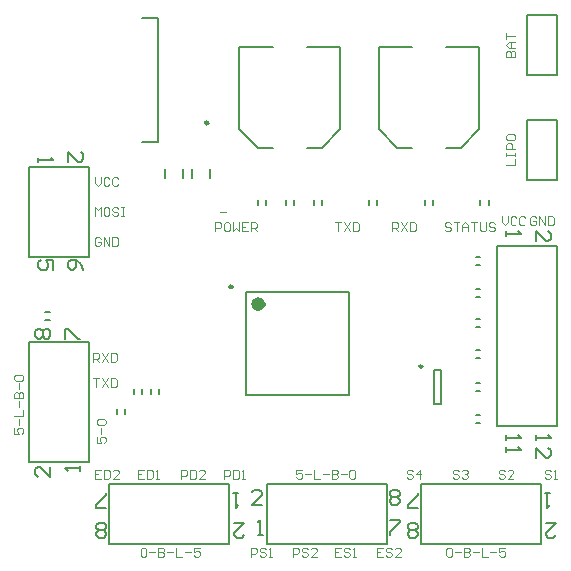
<source format=gto>
%FSDAX24Y24*%
%MOIN*%
%SFA1B1*%

%IPPOS*%
%ADD26C,0.023600*%
%ADD27C,0.009800*%
%ADD28C,0.007900*%
%ADD29C,0.004900*%
%ADD30C,0.008000*%
%LNmetr4810_pcblayout-1*%
%LPD*%
G54D26*
X009699Y009719D02*
D01*
D01*
G75*
G03X009463I-118J0D01*
G74*G01*
D01*
G75*
G03X009699I118J0D01*
G74*G01*
G54D27*
X008725Y010300D02*
D01*
D01*
G75*
G03X008627I-49J0D01*
G74*G01*
D01*
G75*
G03X008725I49J0D01*
G74*G01*
X007913Y015767D02*
D01*
D01*
G75*
G03X007815I-49J0D01*
G74*G01*
D01*
G75*
G03X007913I49J0D01*
G74*G01*
X015055Y007644D02*
D01*
D01*
G75*
G03X014957I-49J0D01*
G74*G01*
D01*
G75*
G03X015055I49J0D01*
G74*G01*
G54D28*
X007380Y013921D02*
Y014236D01*
X007971Y013921D02*
Y014236D01*
X006493Y013921D02*
Y014236D01*
X007083Y013921D02*
Y014236D01*
X006012Y006721D02*
Y006879D01*
X006288Y006721D02*
Y006879D01*
X014998Y003729D02*
X018998D01*
X014998Y001729D02*
X018998D01*
Y003729*
X014998Y001729D02*
Y003729D01*
X005715Y006721D02*
Y006879D01*
X005440Y006721D02*
Y006879D01*
X017260Y013025D02*
Y013183D01*
X016984Y013025D02*
Y013183D01*
X015409Y013025D02*
Y013183D01*
X015133Y013025D02*
Y013183D01*
X013557Y013025D02*
Y013183D01*
X013282Y013025D02*
Y013183D01*
X005143Y006071D02*
Y006229D01*
X004867Y006071D02*
Y006229D01*
X004611Y003729D02*
X008611D01*
X004611Y001729D02*
X008611D01*
Y003729*
X004611Y001729D02*
Y003729D01*
X009187Y006687D02*
X012613D01*
X009187Y010113D02*
X012613D01*
Y006687D02*
Y010113D01*
X009187Y006687D02*
Y010113D01*
X009871Y001729D02*
X013871D01*
X009871Y003729D02*
X013871D01*
X009871Y001729D02*
Y003729D01*
X013871Y001729D02*
Y003729D01*
X018539Y019356D02*
X019539D01*
Y017356D02*
Y019356D01*
X018539Y017356D02*
X019539D01*
X018539D02*
Y019356D01*
Y015863D02*
X019539D01*
Y013863D02*
Y015863D01*
X018539Y013863D02*
X019539D01*
X018539D02*
Y015863D01*
X009579Y013025D02*
Y013183D01*
X009855Y013025D02*
Y013183D01*
X010780Y013025D02*
Y013183D01*
X010505Y013025D02*
Y013183D01*
X002471Y009173D02*
X002629D01*
X002471Y009449D02*
X002629D01*
X001959Y011305D02*
X003959D01*
X001959Y014305D02*
X003959D01*
Y011305D02*
Y014305D01*
X001959Y011305D02*
Y014305D01*
Y011305D02*
Y013222D01*
X011430Y013025D02*
Y013183D01*
X011706Y013025D02*
Y013183D01*
X005699Y019257D02*
X006250D01*
Y015123D02*
Y019257D01*
X005699Y015123D02*
X006250D01*
X014219Y014936D02*
X014711D01*
X013608Y015546D02*
X014219Y014936D01*
X016345D02*
X016955Y015546D01*
X015852Y014936D02*
X016345D01*
X013608Y015546D02*
Y018283D01*
X014711*
X015852D02*
X016955D01*
Y015546D02*
Y018283D01*
X009569Y014936D02*
X010061D01*
X008958Y015546D02*
X009569Y014936D01*
X011695D02*
X012305Y015546D01*
X011202Y014936D02*
X011695D01*
X008958Y015546D02*
Y018283D01*
X010061*
X011202D02*
X012305D01*
Y015546D02*
Y018283D01*
X017539Y005650D02*
Y011650D01*
Y005650D02*
X019539D01*
Y011650*
X017539D02*
X019539D01*
X015429Y006384D02*
Y007526D01*
X015685*
Y006384D02*
Y007526D01*
X015429Y006384D02*
X015685D01*
X003959Y004461D02*
Y008461D01*
X001959Y004461D02*
Y008461D01*
Y004461D02*
X003959D01*
X001959Y008461D02*
X003959D01*
X016828Y005762D02*
X016986D01*
X016828Y006038D02*
X016986D01*
X016828Y006812D02*
X016986D01*
X016828Y007088D02*
X016986D01*
X016828Y007912D02*
X016986D01*
X016828Y008188D02*
X016986D01*
X016828Y008962D02*
X016986D01*
X016828Y009238D02*
X016986D01*
X016828Y009962D02*
X016986D01*
X016828Y010238D02*
X016986D01*
X016828Y011012D02*
X016986D01*
X016828Y011288D02*
X016986D01*
G54D29*
X004205Y005297D02*
Y005100D01*
X004352*
X004303Y005198*
Y005248*
X004352Y005297*
X004451*
X004500Y005248*
Y005149*
X004451Y005100*
X004352Y005395D02*
Y005592D01*
X004254Y005690D02*
X004205Y005740D01*
Y005838*
X004254Y005887*
X004451*
X004500Y005838*
Y005740*
X004451Y005690*
X004254*
X001455Y005597D02*
Y005400D01*
X001602*
X001553Y005498*
Y005548*
X001602Y005597*
X001701*
X001750Y005548*
Y005449*
X001701Y005400*
X001602Y005695D02*
Y005892D01*
X001455Y005990D02*
X001750D01*
Y006187*
X001602Y006286D02*
Y006482D01*
X001455Y006581D02*
X001750D01*
Y006728*
X001701Y006778*
X001652*
X001602Y006728*
Y006581*
Y006728*
X001553Y006778*
X001504*
X001455Y006728*
Y006581*
X001602Y006876D02*
Y007073D01*
X001504Y007171D02*
X001455Y007220D01*
Y007319*
X001504Y007368*
X001701*
X001750Y007319*
Y007220*
X001701Y007171*
X001504*
X011051Y004195D02*
X010854D01*
Y004048*
X010953Y004097*
X011002*
X011051Y004048*
Y003949*
X011002Y003900*
X010903*
X010854Y003949*
X011149Y004048D02*
X011346D01*
X011444Y004195D02*
Y003900D01*
X011641*
X011740Y004048D02*
X011936D01*
X012035Y004195D02*
Y003900D01*
X012182*
X012232Y003949*
Y003998*
X012182Y004048*
X012035*
X012182*
X012232Y004097*
Y004146*
X012182Y004195*
X012035*
X012330Y004048D02*
X012527D01*
X012625Y004146D02*
X012674Y004195D01*
X012773*
X012822Y004146*
Y003949*
X012773Y003900*
X012674*
X012625Y003949*
Y004146*
X005661Y001546D02*
X005710Y001595D01*
X005808*
X005858Y001546*
Y001349*
X005808Y001300*
X005710*
X005661Y001349*
Y001546*
X005956Y001448D02*
X006153D01*
X006251Y001595D02*
Y001300D01*
X006399*
X006448Y001349*
Y001398*
X006399Y001448*
X006251*
X006399*
X006448Y001497*
Y001546*
X006399Y001595*
X006251*
X006546Y001448D02*
X006743D01*
X006842Y001595D02*
Y001300D01*
X007038*
X007137Y001448D02*
X007333D01*
X007629Y001595D02*
X007432D01*
Y001448*
X007530Y001497*
X007579*
X007629Y001448*
Y001349*
X007579Y001300*
X007481*
X007432Y001349*
X015850Y001546D02*
X015899Y001595D01*
X015998*
X016047Y001546*
Y001349*
X015998Y001300*
X015899*
X015850Y001349*
Y001546*
X016145Y001448D02*
X016342D01*
X016440Y001595D02*
Y001300D01*
X016588*
X016637Y001349*
Y001398*
X016588Y001448*
X016440*
X016588*
X016637Y001497*
Y001546*
X016588Y001595*
X016440*
X016736Y001448D02*
X016932D01*
X017031Y001595D02*
Y001300D01*
X017228*
X017326Y001448D02*
X017523D01*
X017818Y001595D02*
X017621D01*
Y001448*
X017719Y001497*
X017769*
X017818Y001448*
Y001349*
X017769Y001300*
X017670*
X017621Y001349*
X004329Y011904D02*
X004280Y011953D01*
X004182*
X004133Y011904*
Y011707*
X004182Y011658*
X004280*
X004329Y011707*
Y011805*
X004231*
X004428Y011658D02*
Y011953D01*
X004625Y011658*
Y011953*
X004723D02*
Y011658D01*
X004871*
X004920Y011707*
Y011904*
X004871Y011953*
X004723*
X004133Y012658D02*
Y012953D01*
X004231Y012855*
X004329Y012953*
Y012658*
X004575Y012953D02*
X004477D01*
X004428Y012904*
Y012707*
X004477Y012658*
X004575*
X004625Y012707*
Y012904*
X004575Y012953*
X004920Y012904D02*
X004871Y012953D01*
X004772*
X004723Y012904*
Y012855*
X004772Y012805*
X004871*
X004920Y012756*
Y012707*
X004871Y012658*
X004772*
X004723Y012707*
X005018Y012953D02*
X005117D01*
X005067*
Y012658*
X005018*
X005117*
X004133Y013953D02*
Y013756D01*
X004231Y013658*
X004329Y013756*
Y013953*
X004625Y013904D02*
X004575Y013953D01*
X004477*
X004428Y013904*
Y013707*
X004477Y013658*
X004575*
X004625Y013707*
X004920Y013904D02*
X004871Y013953D01*
X004772*
X004723Y013904*
Y013707*
X004772Y013658*
X004871*
X004920Y013707*
X004083Y007245D02*
X004279D01*
X004181*
Y006950*
X004378Y007245D02*
X004575Y006950D01*
Y007245D02*
X004378Y006950D01*
X004673Y007245D02*
Y006950D01*
X004821*
X004870Y006999*
Y007196*
X004821Y007245*
X004673*
X004083Y007800D02*
Y008095D01*
X004230*
X004279Y008046*
Y007948*
X004230Y007898*
X004083*
X004181D02*
X004279Y007800D01*
X004378Y008095D02*
X004575Y007800D01*
Y008095D02*
X004378Y007800D01*
X004673Y008095D02*
Y007800D01*
X004821*
X004870Y007849*
Y008046*
X004821Y008095*
X004673*
X005779Y004195D02*
X005583D01*
Y003900*
X005779*
X005583Y004048D02*
X005681D01*
X005878Y004195D02*
Y003900D01*
X006025*
X006075Y003949*
Y004146*
X006025Y004195*
X005878*
X006173Y003900D02*
X006271D01*
X006222*
Y004195*
X006173Y004146*
X004344Y004195D02*
X004147D01*
Y003900*
X004344*
X004147Y004048D02*
X004246D01*
X004443Y004195D02*
Y003900D01*
X004590*
X004639Y003949*
Y004146*
X004590Y004195*
X004443*
X004934Y003900D02*
X004738D01*
X004934Y004097*
Y004146*
X004885Y004195*
X004787*
X004738Y004146*
X007018Y003900D02*
Y004195D01*
X007166*
X007215Y004146*
Y004048*
X007166Y003998*
X007018*
X007313Y004195D02*
Y003900D01*
X007461*
X007510Y003949*
Y004146*
X007461Y004195*
X007313*
X007805Y003900D02*
X007608D01*
X007805Y004097*
Y004146*
X007756Y004195*
X007658*
X007608Y004146*
X008453Y003900D02*
Y004195D01*
X008601*
X008650Y004146*
Y004048*
X008601Y003998*
X008453*
X008749Y004195D02*
Y003900D01*
X008896*
X008945Y003949*
Y004146*
X008896Y004195*
X008749*
X009044Y003900D02*
X009142D01*
X009093*
Y004195*
X009044Y004146*
X010743Y001300D02*
Y001595D01*
X010891*
X010940Y001546*
Y001448*
X010891Y001398*
X010743*
X011235Y001546D02*
X011186Y001595D01*
X011088*
X011038Y001546*
Y001497*
X011088Y001448*
X011186*
X011235Y001398*
Y001349*
X011186Y001300*
X011088*
X011038Y001349*
X011530Y001300D02*
X011334D01*
X011530Y001497*
Y001546*
X011481Y001595*
X011383*
X011334Y001546*
X009341Y001300D02*
Y001595D01*
X009488*
X009537Y001546*
Y001448*
X009488Y001398*
X009341*
X009833Y001546D02*
X009783Y001595D01*
X009685*
X009636Y001546*
Y001497*
X009685Y001448*
X009783*
X009833Y001398*
Y001349*
X009783Y001300*
X009685*
X009636Y001349*
X009931Y001300D02*
X010029D01*
X009980*
Y001595*
X009931Y001546*
X012343Y001595D02*
X012146D01*
Y001300*
X012343*
X012146Y001448D02*
X012244D01*
X012638Y001546D02*
X012589Y001595D01*
X012490*
X012441Y001546*
Y001497*
X012490Y001448*
X012589*
X012638Y001398*
Y001349*
X012589Y001300*
X012490*
X012441Y001349*
X012736Y001300D02*
X012835D01*
X012785*
Y001595*
X012736Y001546*
X013745Y001595D02*
X013548D01*
Y001300*
X013745*
X013548Y001448D02*
X013647D01*
X014040Y001546D02*
X013991Y001595D01*
X013893*
X013844Y001546*
Y001497*
X013893Y001448*
X013991*
X014040Y001398*
Y001349*
X013991Y001300*
X013893*
X013844Y001349*
X014335Y001300D02*
X014139D01*
X014335Y001497*
Y001546*
X014286Y001595*
X014188*
X014139Y001546*
X019332Y004146D02*
X019283Y004195D01*
X019184*
X019135Y004146*
Y004097*
X019184Y004048*
X019283*
X019332Y003998*
Y003949*
X019283Y003900*
X019184*
X019135Y003949*
X019430Y003900D02*
X019529D01*
X019480*
Y004195*
X019430Y004146*
X017798D02*
X017749Y004195D01*
X017651*
X017601Y004146*
Y004097*
X017651Y004048*
X017749*
X017798Y003998*
Y003949*
X017749Y003900*
X017651*
X017601Y003949*
X018093Y003900D02*
X017897D01*
X018093Y004097*
Y004146*
X018044Y004195*
X017946*
X017897Y004146*
X014731D02*
X014682Y004195D01*
X014583*
X014534Y004146*
Y004097*
X014583Y004048*
X014682*
X014731Y003998*
Y003949*
X014682Y003900*
X014583*
X014534Y003949*
X014977Y003900D02*
Y004195D01*
X014829Y004048*
X015026*
X016265Y004146D02*
X016215Y004195D01*
X016117*
X016068Y004146*
Y004097*
X016117Y004048*
X016215*
X016265Y003998*
Y003949*
X016215Y003900*
X016117*
X016068Y003949*
X016363Y004146D02*
X016412Y004195D01*
X016511*
X016560Y004146*
Y004097*
X016511Y004048*
X016461*
X016511*
X016560Y003998*
Y003949*
X016511Y003900*
X016412*
X016363Y003949*
X018847Y012596D02*
X018798Y012645D01*
X018699*
X018650Y012596*
Y012399*
X018699Y012350*
X018798*
X018847Y012399*
Y012498*
X018748*
X018945Y012350D02*
Y012645D01*
X019142Y012350*
Y012645*
X019240D02*
Y012350D01*
X019388*
X019437Y012399*
Y012596*
X019388Y012645*
X019240*
X017700D02*
Y012448D01*
X017798Y012350*
X017897Y012448*
Y012645*
X018192Y012596D02*
X018143Y012645D01*
X018044*
X017995Y012596*
Y012399*
X018044Y012350*
X018143*
X018192Y012399*
X018487Y012596D02*
X018438Y012645D01*
X018340*
X018290Y012596*
Y012399*
X018340Y012350*
X018438*
X018487Y012399*
X017855Y014347D02*
X018150D01*
Y014544*
X017855Y014642D02*
Y014740D01*
Y014691*
X018150*
Y014642*
Y014740*
Y014888D02*
X017855D01*
Y015036*
X017904Y015085*
X018002*
X018052Y015036*
Y014888*
X017855Y015331D02*
Y015232D01*
X017904Y015183*
X018101*
X018150Y015232*
Y015331*
X018101Y015380*
X017904*
X017855Y015331*
Y017962D02*
X018150D01*
Y018110*
X018101Y018159*
X018052*
X018002Y018110*
Y017962*
Y018110*
X017953Y018159*
X017904*
X017855Y018110*
Y017962*
X018150Y018257D02*
X017953D01*
X017855Y018356*
X017953Y018454*
X018150*
X018002*
Y018257*
X017855Y018552D02*
Y018749D01*
Y018651*
X018150*
X015997Y012396D02*
X015948Y012445D01*
X015849*
X015800Y012396*
Y012347*
X015849Y012298*
X015948*
X015997Y012248*
Y012199*
X015948Y012150*
X015849*
X015800Y012199*
X016095Y012445D02*
X016292D01*
X016194*
Y012150*
X016390D02*
Y012347D01*
X016489Y012445*
X016587Y012347*
Y012150*
Y012298*
X016390*
X016686Y012445D02*
X016882D01*
X016784*
Y012150*
X016981Y012445D02*
Y012199D01*
X017030Y012150*
X017128*
X017178Y012199*
Y012445*
X017473Y012396D02*
X017423Y012445D01*
X017325*
X017276Y012396*
Y012347*
X017325Y012298*
X017423*
X017473Y012248*
Y012199*
X017423Y012150*
X017325*
X017276Y012199*
X014050Y012150D02*
Y012445D01*
X014198*
X014247Y012396*
Y012298*
X014198Y012248*
X014050*
X014148D02*
X014247Y012150D01*
X014345Y012445D02*
X014542Y012150D01*
Y012445D02*
X014345Y012150D01*
X014640Y012445D02*
Y012150D01*
X014788*
X014837Y012199*
Y012396*
X014788Y012445*
X014640*
X012150D02*
X012347D01*
X012248*
Y012150*
X012445Y012445D02*
X012642Y012150D01*
Y012445D02*
X012445Y012150D01*
X012740Y012445D02*
Y012150D01*
X012888*
X012937Y012199*
Y012396*
X012888Y012445*
X012740*
X008150Y012150D02*
Y012445D01*
X008298*
X008347Y012396*
Y012298*
X008298Y012248*
X008150*
X008593Y012445D02*
X008494D01*
X008445Y012396*
Y012199*
X008494Y012150*
X008593*
X008642Y012199*
Y012396*
X008593Y012445*
X008740D02*
Y012150D01*
X008839Y012248*
X008937Y012150*
Y012445*
X009232D02*
X009036D01*
Y012150*
X009232*
X009036Y012298D02*
X009134D01*
X009331Y012150D02*
Y012445D01*
X009478*
X009528Y012396*
Y012298*
X009478Y012248*
X009331*
X009429D02*
X009528Y012150D01*
X008300Y012798D02*
X008497D01*
G54D30*
X019165Y002429D02*
X019498D01*
X019165Y002096*
Y002012*
X019248Y001929*
X019415*
X019498Y002012*
X019298Y003429D02*
X019131D01*
X019215*
Y002929*
X019298Y003012*
X014898Y002929D02*
X014565D01*
Y003012*
X014898Y003346*
Y003429*
Y002012D02*
X014815Y001929D01*
X014648*
X014565Y002012*
Y002096*
X014648Y002179*
X014565Y002262*
Y002346*
X014648Y002429*
X014815*
X014898Y002346*
Y002262*
X014815Y002179*
X014898Y002096*
Y002012*
X014815Y002179D02*
X014648D01*
X008778Y002429D02*
X009111D01*
X008778Y002096*
Y002012*
X008861Y001929*
X009028*
X009111Y002012*
X008911Y003429D02*
X008745D01*
X008828*
Y002929*
X008911Y003012*
X004511Y002929D02*
X004178D01*
Y003012*
X004511Y003346*
Y003429*
Y002012D02*
X004428Y001929D01*
X004261*
X004178Y002012*
Y002096*
X004261Y002179*
X004178Y002262*
Y002346*
X004261Y002429*
X004428*
X004511Y002346*
Y002262*
X004428Y002179*
X004511Y002096*
Y002012*
X004428Y002179D02*
X004261D01*
X009705Y003029D02*
X009371D01*
X009705Y003362*
Y003445*
X009621Y003529*
X009455*
X009371Y003445*
X009571Y002029D02*
X009738D01*
X009655*
Y002529*
X009571Y002445*
X013971Y002529D02*
X014305D01*
Y002445*
X013971Y002112*
Y002029*
Y003445D02*
X014055Y003529D01*
X014221*
X014305Y003445*
Y003362*
X014221Y003279*
X014305Y003195*
Y003112*
X014221Y003029*
X014055*
X013971Y003112*
Y003195*
X014055Y003279*
X013971Y003362*
Y003445*
X014055Y003279D02*
X014221D01*
X003758Y010872D02*
X003675Y011039D01*
X003509Y011205*
X003342*
X003259Y011122*
Y010955*
X003342Y010872*
X003425*
X003509Y010955*
Y011205*
X002758Y010872D02*
Y011205D01*
X002509*
X002592Y011039*
Y010955*
X002509Y010872*
X002342*
X002259Y010955*
Y011122*
X002342Y011205*
X003259Y014472D02*
Y014805D01*
X003592Y014472*
X003675*
X003758Y014555*
Y014722*
X003675Y014805*
X002259Y014605D02*
Y014439D01*
Y014522*
X002758*
X002675Y014605*
X018839Y005350D02*
Y005183D01*
Y005267*
X019338*
X019255Y005350*
X018839Y004600D02*
Y004933D01*
X019172Y004600*
X019255*
X019338Y004684*
Y004850*
X019255Y004933*
X017839Y004950D02*
Y004783D01*
Y004867*
X018338*
X018255Y004950*
X017839Y005350D02*
Y005183D01*
Y005267*
X018338*
X018255Y005350*
X017839Y012150D02*
Y011983D01*
Y012067*
X018338*
X018255Y012150*
X018839Y011817D02*
Y012150D01*
X019172Y011817*
X019255*
X019338Y011900*
Y012067*
X019255Y012150*
X002659Y004294D02*
Y003961D01*
X002325Y004294*
X002242*
X002159Y004211*
Y004044*
X002242Y003961*
X003659Y004161D02*
Y004328D01*
Y004244*
X003159*
X003242Y004161*
X003159Y008561D02*
Y008894D01*
X003242*
X003575Y008561*
X003659*
X002242D02*
X002159Y008644D01*
Y008811*
X002242Y008894*
X002325*
X002409Y008811*
X002492Y008894*
X002575*
X002659Y008811*
Y008644*
X002575Y008561*
X002492*
X002409Y008644*
X002325Y008561*
X002242*
X002409Y008644D02*
Y008811D01*
M02*
</source>
